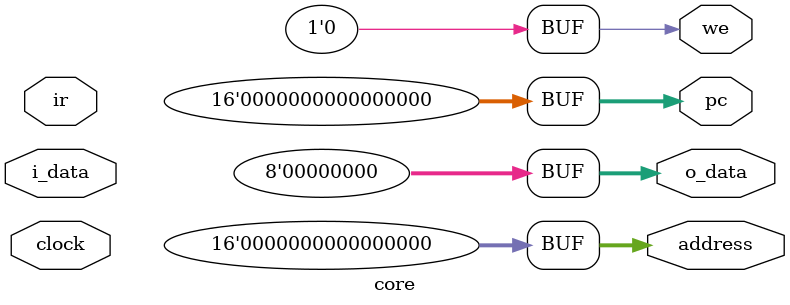
<source format=v>
module core
(
    // Основной интерфейс
    input       wire        clock,          // Тактовый генератор
    output      reg  [15:0] pc,             // Адрес PC
    output      reg  [15:0] address,        // Запрос в память
    input       wire [15:0] ir,             // Instruction Register
    input       wire [ 7:0] i_data,         // Считывание данных
    output      reg  [ 7:0] o_data,         // Запись данных
    output      reg         we              // Разрешение записи
);

initial begin we = 0; o_data = 0; pc = 0; address = 0; end

endmodule

</source>
